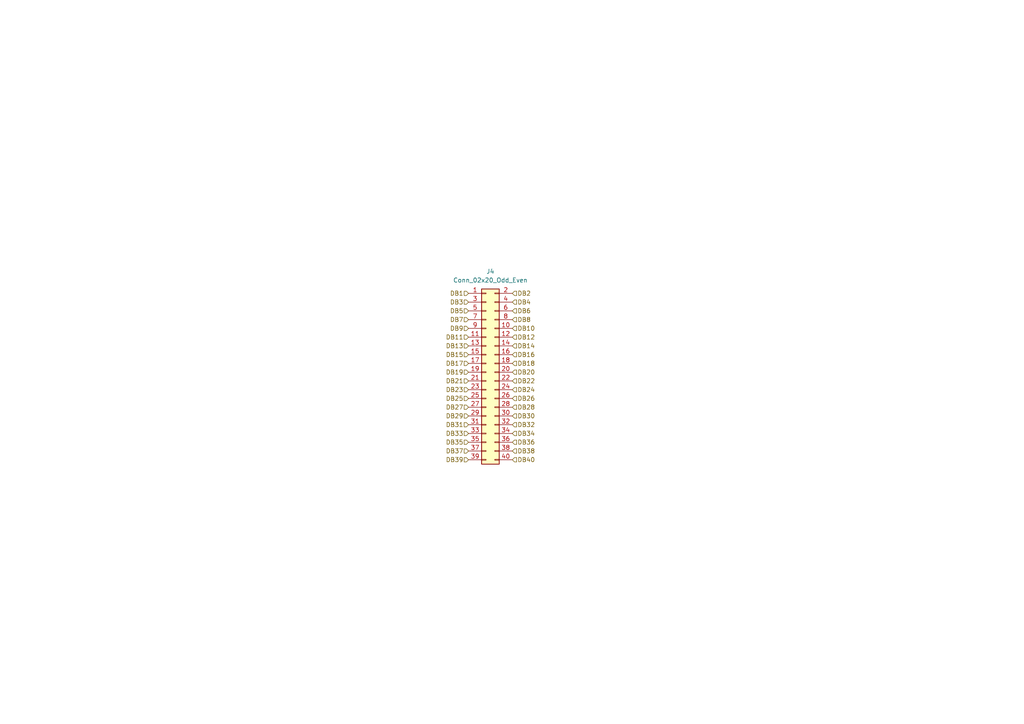
<source format=kicad_sch>
(kicad_sch (version 20231120) (generator "eeschema") (generator_version "8.0")
  (paper "A4")
  (title_block (date "2024-04-25") (rev "V1") (company "22619291") (comment 1 "Niel Theron"))
  (lib_symbols
    (symbol "Connector_Generic:Conn_02x20_Odd_Even" (pin_names (offset 1.016) hide)
      (property "Reference" "J" (at 1.27 25.4 0))
      (property "Value" "Conn_02x20_Odd_Even" (at 1.27 -27.94 0))
      (symbol "Conn_02x20_Odd_Even_1_1"
        (rectangle (start -1.27 -25.273) (end 0 -25.527) (stroke (width 0.1524)))
        (rectangle (start -1.27 -22.733) (end 0 -22.987) (stroke (width 0.1524)))
        (rectangle (start -1.27 -20.193) (end 0 -20.447) (stroke (width 0.1524)))
        (rectangle (start -1.27 -17.653) (end 0 -17.907) (stroke (width 0.1524)))
        (rectangle (start -1.27 -15.113) (end 0 -15.367) (stroke (width 0.1524)))
        (rectangle (start -1.27 -12.573) (end 0 -12.827) (stroke (width 0.1524)))
        (rectangle (start -1.27 -10.033) (end 0 -10.287) (stroke (width 0.1524)))
        (rectangle (start -1.27 -7.493) (end 0 -7.747) (stroke (width 0.1524)))
        (rectangle (start -1.27 -4.953) (end 0 -5.207) (stroke (width 0.1524)))
        (rectangle (start -1.27 -2.413) (end 0 -2.667) (stroke (width 0.1524)))
        (rectangle (start -1.27 0.127) (end 0 -0.127) (stroke (width 0.1524)))
        (rectangle (start -1.27 2.667) (end 0 2.413) (stroke (width 0.1524)))
        (rectangle (start -1.27 5.207) (end 0 4.953) (stroke (width 0.1524)))
        (rectangle (start -1.27 7.747) (end 0 7.493) (stroke (width 0.1524)))
        (rectangle (start -1.27 10.287) (end 0 10.033) (stroke (width 0.1524)))
        (rectangle (start -1.27 12.827) (end 0 12.573) (stroke (width 0.1524)))
        (rectangle (start -1.27 15.367) (end 0 15.113) (stroke (width 0.1524)))
        (rectangle (start -1.27 17.907) (end 0 17.653) (stroke (width 0.1524)))
        (rectangle (start -1.27 20.447) (end 0 20.193) (stroke (width 0.1524)))
        (rectangle (start -1.27 22.987) (end 0 22.733) (stroke (width 0.1524)))
        (rectangle (start -1.27 24.13) (end 3.81 -26.67) (stroke (width 0.254)) (fill (type background)))
        (rectangle (start 3.81 -25.273) (end 2.54 -25.527) (stroke (width 0.1524)))
        (rectangle (start 3.81 -22.733) (end 2.54 -22.987) (stroke (width 0.1524)))
        (rectangle (start 3.81 -20.193) (end 2.54 -20.447) (stroke (width 0.1524)))
        (rectangle (start 3.81 -17.653) (end 2.54 -17.907) (stroke (width 0.1524)))
        (rectangle (start 3.81 -15.113) (end 2.54 -15.367) (stroke (width 0.1524)))
        (rectangle (start 3.81 -12.573) (end 2.54 -12.827) (stroke (width 0.1524)))
        (rectangle (start 3.81 -10.033) (end 2.54 -10.287) (stroke (width 0.1524)))
        (rectangle (start 3.81 -7.493) (end 2.54 -7.747) (stroke (width 0.1524)))
        (rectangle (start 3.81 -4.953) (end 2.54 -5.207) (stroke (width 0.1524)))
        (rectangle (start 3.81 -2.413) (end 2.54 -2.667) (stroke (width 0.1524)))
        (rectangle (start 3.81 0.127) (end 2.54 -0.127) (stroke (width 0.1524)))
        (rectangle (start 3.81 2.667) (end 2.54 2.413) (stroke (width 0.1524)))
        (rectangle (start 3.81 5.207) (end 2.54 4.953) (stroke (width 0.1524)))
        (rectangle (start 3.81 7.747) (end 2.54 7.493) (stroke (width 0.1524)))
        (rectangle (start 3.81 10.287) (end 2.54 10.033) (stroke (width 0.1524)))
        (rectangle (start 3.81 12.827) (end 2.54 12.573) (stroke (width 0.1524)))
        (rectangle (start 3.81 15.367) (end 2.54 15.113) (stroke (width 0.1524)))
        (rectangle (start 3.81 17.907) (end 2.54 17.653) (stroke (width 0.1524)))
        (rectangle (start 3.81 20.447) (end 2.54 20.193) (stroke (width 0.1524)))
        (rectangle (start 3.81 22.987) (end 2.54 22.733) (stroke (width 0.1524)))
        (pin passive line (at -5.08 22.86 0) (length 3.81) (name "Pin_1") (number "1"))
        (pin passive line (at 7.62 12.7 180) (length 3.81) (name "Pin_10") (number "10"))
        (pin passive line (at -5.08 10.16 0) (length 3.81) (name "Pin_11") (number "11"))
        (pin passive line (at 7.62 10.16 180) (length 3.81) (name "Pin_12") (number "12"))
        (pin passive line (at -5.08 7.62 0) (length 3.81) (name "Pin_13") (number "13"))
        (pin passive line (at 7.62 7.62 180) (length 3.81) (name "Pin_14") (number "14"))
        (pin passive line (at -5.08 5.08 0) (length 3.81) (name "Pin_15") (number "15"))
        (pin passive line (at 7.62 5.08 180) (length 3.81) (name "Pin_16") (number "16"))
        (pin passive line (at -5.08 2.54 0) (length 3.81) (name "Pin_17") (number "17"))
        (pin passive line (at 7.62 2.54 180) (length 3.81) (name "Pin_18") (number "18"))
        (pin passive line (at -5.08 0 0) (length 3.81) (name "Pin_19") (number "19"))
        (pin passive line (at 7.62 22.86 180) (length 3.81) (name "Pin_2") (number "2"))
        (pin passive line (at 7.62 0 180) (length 3.81) (name "Pin_20") (number "20"))
        (pin passive line (at -5.08 -2.54 0) (length 3.81) (name "Pin_21") (number "21"))
        (pin passive line (at 7.62 -2.54 180) (length 3.81) (name "Pin_22") (number "22"))
        (pin passive line (at -5.08 -5.08 0) (length 3.81) (name "Pin_23") (number "23"))
        (pin passive line (at 7.62 -5.08 180) (length 3.81) (name "Pin_24") (number "24"))
        (pin passive line (at -5.08 -7.62 0) (length 3.81) (name "Pin_25") (number "25"))
        (pin passive line (at 7.62 -7.62 180) (length 3.81) (name "Pin_26") (number "26"))
        (pin passive line (at -5.08 -10.16 0) (length 3.81) (name "Pin_27") (number "27"))
        (pin passive line (at 7.62 -10.16 180) (length 3.81) (name "Pin_28") (number "28"))
        (pin passive line (at -5.08 -12.7 0) (length 3.81) (name "Pin_29") (number "29"))
        (pin passive line (at -5.08 20.32 0) (length 3.81) (name "Pin_3") (number "3"))
        (pin passive line (at 7.62 -12.7 180) (length 3.81) (name "Pin_30") (number "30"))
        (pin passive line (at -5.08 -15.24 0) (length 3.81) (name "Pin_31") (number "31"))
        (pin passive line (at 7.62 -15.24 180) (length 3.81) (name "Pin_32") (number "32"))
        (pin passive line (at -5.08 -17.78 0) (length 3.81) (name "Pin_33") (number "33"))
        (pin passive line (at 7.62 -17.78 180) (length 3.81) (name "Pin_34") (number "34"))
        (pin passive line (at -5.08 -20.32 0) (length 3.81) (name "Pin_35") (number "35"))
        (pin passive line (at 7.62 -20.32 180) (length 3.81) (name "Pin_36") (number "36"))
        (pin passive line (at -5.08 -22.86 0) (length 3.81) (name "Pin_37") (number "37"))
        (pin passive line (at 7.62 -22.86 180) (length 3.81) (name "Pin_38") (number "38"))
        (pin passive line (at -5.08 -25.4 0) (length 3.81) (name "Pin_39") (number "39"))
        (pin passive line (at 7.62 20.32 180) (length 3.81) (name "Pin_4") (number "4"))
        (pin passive line (at 7.62 -25.4 180) (length 3.81) (name "Pin_40") (number "40"))
        (pin passive line (at -5.08 17.78 0) (length 3.81) (name "Pin_5") (number "5"))
        (pin passive line (at 7.62 17.78 180) (length 3.81) (name "Pin_6") (number "6"))
        (pin passive line (at -5.08 15.24 0) (length 3.81) (name "Pin_7") (number "7"))
        (pin passive line (at 7.62 15.24 180) (length 3.81) (name "Pin_8") (number "8"))
        (pin passive line (at -5.08 12.7 0) (length 3.81) (name "Pin_9") (number "9"))
      )
    )
  )
  (hierarchical_label "DB16" (shape input) (at 148.59 102.87 0))
  (hierarchical_label "DB10" (shape input) (at 148.59 95.25 0))
  (hierarchical_label "DB17" (shape input) (at 135.89 105.41 180))
  (hierarchical_label "DB38" (shape input) (at 148.59 130.81 0))
  (hierarchical_label "DB7" (shape input) (at 135.89 92.71 180))
  (hierarchical_label "DB37" (shape input) (at 135.89 130.81 180))
  (hierarchical_label "DB4" (shape input) (at 148.59 87.63 0))
  (hierarchical_label "DB27" (shape input) (at 135.89 118.11 180))
  (hierarchical_label "DB36" (shape input) (at 148.59 128.27 0))
  (hierarchical_label "DB15" (shape input) (at 135.89 102.87 180))
  (hierarchical_label "DB30" (shape input) (at 148.59 120.65 0))
  (hierarchical_label "DB33" (shape input) (at 135.89 125.73 180))
  (hierarchical_label "DB32" (shape input) (at 148.59 123.19 0))
  (hierarchical_label "DB3" (shape input) (at 135.89 87.63 180))
  (hierarchical_label "DB13" (shape input) (at 135.89 100.33 180))
  (hierarchical_label "DB14" (shape input) (at 148.59 100.33 0))
  (hierarchical_label "DB5" (shape input) (at 135.89 90.17 180))
  (hierarchical_label "DB9" (shape input) (at 135.89 95.25 180))
  (hierarchical_label "DB24" (shape input) (at 148.59 113.03 0))
  (hierarchical_label "DB1" (shape input) (at 135.89 85.09 180))
  (hierarchical_label "DB25" (shape input) (at 135.89 115.57 180))
  (hierarchical_label "DB26" (shape input) (at 148.59 115.57 0))
  (hierarchical_label "DB35" (shape input) (at 135.89 128.27 180))
  (hierarchical_label "DB40" (shape input) (at 148.59 133.35 0))
  (hierarchical_label "DB18" (shape input) (at 148.59 105.41 0))
  (hierarchical_label "DB31" (shape input) (at 135.89 123.19 180))
  (hierarchical_label "DB28" (shape input) (at 148.59 118.11 0))
  (hierarchical_label "DB23" (shape input) (at 135.89 113.03 180))
  (hierarchical_label "DB8" (shape input) (at 148.59 92.71 0))
  (hierarchical_label "DB6" (shape input) (at 148.59 90.17 0))
  (hierarchical_label "DB39" (shape input) (at 135.89 133.35 180))
  (hierarchical_label "DB19" (shape input) (at 135.89 107.95 180))
  (hierarchical_label "DB2" (shape input) (at 148.59 85.09 0))
  (hierarchical_label "DB21" (shape input) (at 135.89 110.49 180))
  (hierarchical_label "DB12" (shape input) (at 148.59 97.79 0))
  (hierarchical_label "DB22" (shape input) (at 148.59 110.49 0))
  (hierarchical_label "DB29" (shape input) (at 135.89 120.65 180))
  (hierarchical_label "DB11" (shape input) (at 135.89 97.79 180))
  (hierarchical_label "DB34" (shape input) (at 148.59 125.73 0))
  (hierarchical_label "DB20" (shape input) (at 148.59 107.95 0))
  (symbol (lib_id "Connector_Generic:Conn_02x20_Odd_Even") (at 140.97 107.95 0) (unit 1)
    (property "Reference" "J4" (at 142.24 78.74 0))
    (property "Value" "Conn_02x20_Odd_Even" (at 142.24 81.28 0))
    (property "Footprint" "Skripsie:HRS_DF40C-50DS-0.4V(51)" (effects (hide yes)))
    (property "Description" "Generic connector, double row, 02x20, odd/even pin numbering scheme (row 1 odd numbers, row 2 even numbers), script generated (kicad-library-utils/schlib/autogen/connector/)" (effects (hide yes)))
  )
)
</source>
